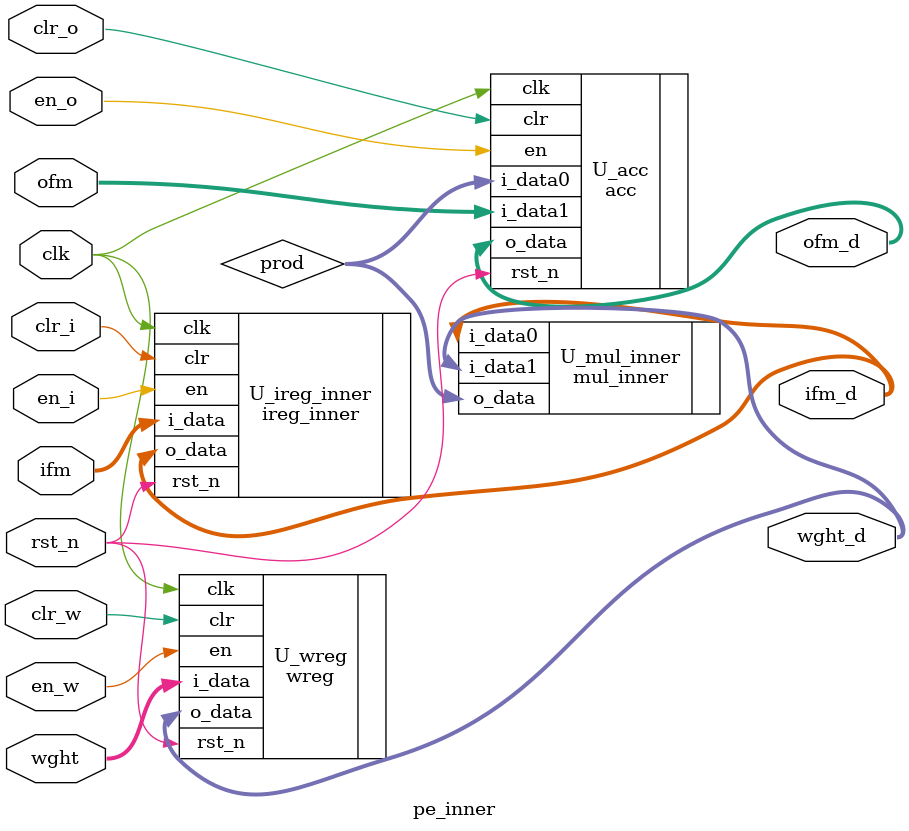
<source format=sv>
`include "ireg_inner.sv"
`include "wreg.sv"
`include "mul_inner.sv"
`include "acc.sv"

module pe_inner #(
    parameter IWIDTH=8,
    parameter OWIDTH=24
) (
    input logic clk,
    input logic rst_n,
    input logic en_i,
    input logic clr_i,
    input logic en_w,
    input logic clr_w,
    input logic en_o,
    input logic clr_o,
    input logic signed [IWIDTH-1 : 0] ifm,
    input logic signed [IWIDTH-1 : 0] wght,
    input logic signed [OWIDTH-1 : 0] ofm,
    output logic signed [IWIDTH-1 : 0] ifm_d,
    output logic signed [IWIDTH-1 : 0] wght_d,
    output logic signed [OWIDTH-1 : 0] ofm_d
);

    logic signed [IWIDTH*2-1 : 0] prod;

    ireg_inner #(
        .WIDTH(IWIDTH)
    ) U_ireg_inner (
        .clk(clk),
        .rst_n(rst_n),
        .en(en_i),
        .clr(clr_i),
        .i_data(ifm),
        .o_data(ifm_d)
    );

    wreg #(
        .WIDTH(IWIDTH)
    ) U_wreg (
        .clk(clk),
        .rst_n(rst_n),
        .en(en_w),
        .clr(clr_w),
        .i_data(wght),
        .o_data(wght_d)
    );

    mul_inner #(
        .WIDTH(IWIDTH)
    ) U_mul_inner(
        .i_data0(ifm_d),
        .i_data1(wght_d),
        .o_data(prod)
    );

    acc #(
        .WIDTH(OWIDTH)
    ) U_acc(
        .clk(clk),
        .rst_n(rst_n),
        .en(en_o),
        .clr(clr_o),
        .i_data0(prod),
        .i_data1(ofm),
        .o_data(ofm_d)
    );

endmodule
</source>
